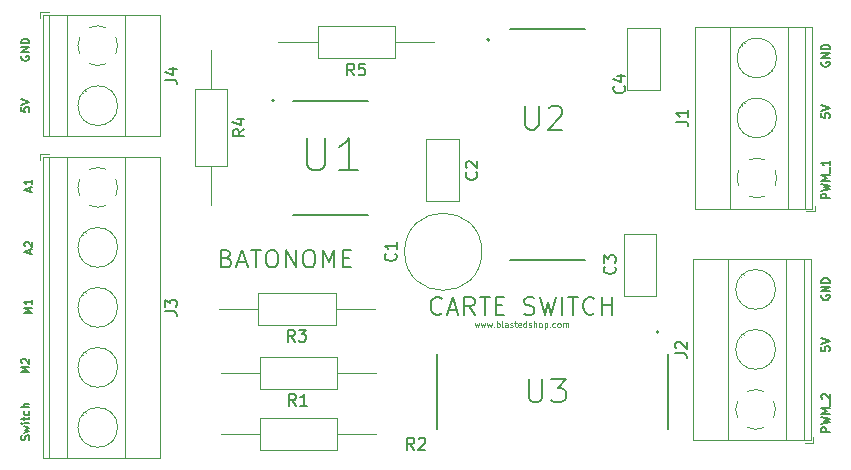
<source format=gbr>
%TF.GenerationSoftware,KiCad,Pcbnew,(5.1.10)-1*%
%TF.CreationDate,2023-03-23T11:32:48+01:00*%
%TF.ProjectId,PCB_BATO,5043425f-4241-4544-9f2e-6b696361645f,rev?*%
%TF.SameCoordinates,Original*%
%TF.FileFunction,Legend,Top*%
%TF.FilePolarity,Positive*%
%FSLAX46Y46*%
G04 Gerber Fmt 4.6, Leading zero omitted, Abs format (unit mm)*
G04 Created by KiCad (PCBNEW (5.1.10)-1) date 2023-03-23 11:32:48*
%MOMM*%
%LPD*%
G01*
G04 APERTURE LIST*
%ADD10C,0.150000*%
%ADD11C,0.100000*%
%ADD12C,0.120000*%
%ADD13C,0.127000*%
%ADD14C,0.200000*%
G04 APERTURE END LIST*
D10*
X95366666Y-55250000D02*
X95366666Y-54916666D01*
X95566666Y-55316666D02*
X94866666Y-55083333D01*
X95566666Y-54850000D01*
X95566666Y-54250000D02*
X95566666Y-54650000D01*
X95566666Y-54450000D02*
X94866666Y-54450000D01*
X94966666Y-54516666D01*
X95033333Y-54583333D01*
X95066666Y-54650000D01*
X95366666Y-60500000D02*
X95366666Y-60166666D01*
X95566666Y-60566666D02*
X94866666Y-60333333D01*
X95566666Y-60100000D01*
X94933333Y-59900000D02*
X94900000Y-59866666D01*
X94866666Y-59800000D01*
X94866666Y-59633333D01*
X94900000Y-59566666D01*
X94933333Y-59533333D01*
X95000000Y-59500000D01*
X95066666Y-59500000D01*
X95166666Y-59533333D01*
X95566666Y-59933333D01*
X95566666Y-59500000D01*
X95316666Y-70566666D02*
X94616666Y-70566666D01*
X95116666Y-70333333D01*
X94616666Y-70100000D01*
X95316666Y-70100000D01*
X94683333Y-69800000D02*
X94650000Y-69766666D01*
X94616666Y-69700000D01*
X94616666Y-69533333D01*
X94650000Y-69466666D01*
X94683333Y-69433333D01*
X94750000Y-69400000D01*
X94816666Y-69400000D01*
X94916666Y-69433333D01*
X95316666Y-69833333D01*
X95316666Y-69400000D01*
X95283333Y-76300000D02*
X95316666Y-76200000D01*
X95316666Y-76033333D01*
X95283333Y-75966666D01*
X95250000Y-75933333D01*
X95183333Y-75900000D01*
X95116666Y-75900000D01*
X95050000Y-75933333D01*
X95016666Y-75966666D01*
X94983333Y-76033333D01*
X94950000Y-76166666D01*
X94916666Y-76233333D01*
X94883333Y-76266666D01*
X94816666Y-76300000D01*
X94750000Y-76300000D01*
X94683333Y-76266666D01*
X94650000Y-76233333D01*
X94616666Y-76166666D01*
X94616666Y-76000000D01*
X94650000Y-75900000D01*
X94850000Y-75666666D02*
X95316666Y-75533333D01*
X94983333Y-75400000D01*
X95316666Y-75266666D01*
X94850000Y-75133333D01*
X95316666Y-74866666D02*
X94850000Y-74866666D01*
X94616666Y-74866666D02*
X94650000Y-74900000D01*
X94683333Y-74866666D01*
X94650000Y-74833333D01*
X94616666Y-74866666D01*
X94683333Y-74866666D01*
X94850000Y-74633333D02*
X94850000Y-74366666D01*
X94616666Y-74533333D02*
X95216666Y-74533333D01*
X95283333Y-74500000D01*
X95316666Y-74433333D01*
X95316666Y-74366666D01*
X95283333Y-73833333D02*
X95316666Y-73900000D01*
X95316666Y-74033333D01*
X95283333Y-74100000D01*
X95250000Y-74133333D01*
X95183333Y-74166666D01*
X94983333Y-74166666D01*
X94916666Y-74133333D01*
X94883333Y-74100000D01*
X94850000Y-74033333D01*
X94850000Y-73900000D01*
X94883333Y-73833333D01*
X95316666Y-73533333D02*
X94616666Y-73533333D01*
X95316666Y-73233333D02*
X94950000Y-73233333D01*
X94883333Y-73266666D01*
X94850000Y-73333333D01*
X94850000Y-73433333D01*
X94883333Y-73500000D01*
X94916666Y-73533333D01*
X95566666Y-65566666D02*
X94866666Y-65566666D01*
X95366666Y-65333333D01*
X94866666Y-65100000D01*
X95566666Y-65100000D01*
X95566666Y-64400000D02*
X95566666Y-64800000D01*
X95566666Y-64600000D02*
X94866666Y-64600000D01*
X94966666Y-64666666D01*
X95033333Y-64733333D01*
X95066666Y-64800000D01*
X94616666Y-48133333D02*
X94616666Y-48466666D01*
X94950000Y-48500000D01*
X94916666Y-48466666D01*
X94883333Y-48400000D01*
X94883333Y-48233333D01*
X94916666Y-48166666D01*
X94950000Y-48133333D01*
X95016666Y-48100000D01*
X95183333Y-48100000D01*
X95250000Y-48133333D01*
X95283333Y-48166666D01*
X95316666Y-48233333D01*
X95316666Y-48400000D01*
X95283333Y-48466666D01*
X95250000Y-48500000D01*
X94616666Y-47900000D02*
X95316666Y-47666666D01*
X94616666Y-47433333D01*
X94650000Y-43783333D02*
X94616666Y-43850000D01*
X94616666Y-43950000D01*
X94650000Y-44050000D01*
X94716666Y-44116666D01*
X94783333Y-44150000D01*
X94916666Y-44183333D01*
X95016666Y-44183333D01*
X95150000Y-44150000D01*
X95216666Y-44116666D01*
X95283333Y-44050000D01*
X95316666Y-43950000D01*
X95316666Y-43883333D01*
X95283333Y-43783333D01*
X95250000Y-43750000D01*
X95016666Y-43750000D01*
X95016666Y-43883333D01*
X95316666Y-43450000D02*
X94616666Y-43450000D01*
X95316666Y-43050000D01*
X94616666Y-43050000D01*
X95316666Y-42716666D02*
X94616666Y-42716666D01*
X94616666Y-42550000D01*
X94650000Y-42450000D01*
X94716666Y-42383333D01*
X94783333Y-42350000D01*
X94916666Y-42316666D01*
X95016666Y-42316666D01*
X95150000Y-42350000D01*
X95216666Y-42383333D01*
X95283333Y-42450000D01*
X95316666Y-42550000D01*
X95316666Y-42716666D01*
X162366666Y-48633333D02*
X162366666Y-48966666D01*
X162700000Y-49000000D01*
X162666666Y-48966666D01*
X162633333Y-48900000D01*
X162633333Y-48733333D01*
X162666666Y-48666666D01*
X162700000Y-48633333D01*
X162766666Y-48600000D01*
X162933333Y-48600000D01*
X163000000Y-48633333D01*
X163033333Y-48666666D01*
X163066666Y-48733333D01*
X163066666Y-48900000D01*
X163033333Y-48966666D01*
X163000000Y-49000000D01*
X162366666Y-48400000D02*
X163066666Y-48166666D01*
X162366666Y-47933333D01*
X163066666Y-55833333D02*
X162366666Y-55833333D01*
X162366666Y-55566666D01*
X162400000Y-55500000D01*
X162433333Y-55466666D01*
X162500000Y-55433333D01*
X162600000Y-55433333D01*
X162666666Y-55466666D01*
X162700000Y-55500000D01*
X162733333Y-55566666D01*
X162733333Y-55833333D01*
X162366666Y-55200000D02*
X163066666Y-55033333D01*
X162566666Y-54900000D01*
X163066666Y-54766666D01*
X162366666Y-54600000D01*
X163066666Y-54333333D02*
X162366666Y-54333333D01*
X162866666Y-54100000D01*
X162366666Y-53866666D01*
X163066666Y-53866666D01*
X163133333Y-53700000D02*
X163133333Y-53166666D01*
X163066666Y-52633333D02*
X163066666Y-53033333D01*
X163066666Y-52833333D02*
X162366666Y-52833333D01*
X162466666Y-52900000D01*
X162533333Y-52966666D01*
X162566666Y-53033333D01*
X162400000Y-44283333D02*
X162366666Y-44350000D01*
X162366666Y-44450000D01*
X162400000Y-44550000D01*
X162466666Y-44616666D01*
X162533333Y-44650000D01*
X162666666Y-44683333D01*
X162766666Y-44683333D01*
X162900000Y-44650000D01*
X162966666Y-44616666D01*
X163033333Y-44550000D01*
X163066666Y-44450000D01*
X163066666Y-44383333D01*
X163033333Y-44283333D01*
X163000000Y-44250000D01*
X162766666Y-44250000D01*
X162766666Y-44383333D01*
X163066666Y-43950000D02*
X162366666Y-43950000D01*
X163066666Y-43550000D01*
X162366666Y-43550000D01*
X163066666Y-43216666D02*
X162366666Y-43216666D01*
X162366666Y-43050000D01*
X162400000Y-42950000D01*
X162466666Y-42883333D01*
X162533333Y-42850000D01*
X162666666Y-42816666D01*
X162766666Y-42816666D01*
X162900000Y-42850000D01*
X162966666Y-42883333D01*
X163033333Y-42950000D01*
X163066666Y-43050000D01*
X163066666Y-43216666D01*
X163066666Y-75583333D02*
X162366666Y-75583333D01*
X162366666Y-75316666D01*
X162400000Y-75250000D01*
X162433333Y-75216666D01*
X162500000Y-75183333D01*
X162600000Y-75183333D01*
X162666666Y-75216666D01*
X162700000Y-75250000D01*
X162733333Y-75316666D01*
X162733333Y-75583333D01*
X162366666Y-74950000D02*
X163066666Y-74783333D01*
X162566666Y-74650000D01*
X163066666Y-74516666D01*
X162366666Y-74350000D01*
X163066666Y-74083333D02*
X162366666Y-74083333D01*
X162866666Y-73850000D01*
X162366666Y-73616666D01*
X163066666Y-73616666D01*
X163133333Y-73450000D02*
X163133333Y-72916666D01*
X162433333Y-72783333D02*
X162400000Y-72750000D01*
X162366666Y-72683333D01*
X162366666Y-72516666D01*
X162400000Y-72450000D01*
X162433333Y-72416666D01*
X162500000Y-72383333D01*
X162566666Y-72383333D01*
X162666666Y-72416666D01*
X163066666Y-72816666D01*
X163066666Y-72383333D01*
X162366666Y-68383333D02*
X162366666Y-68716666D01*
X162700000Y-68750000D01*
X162666666Y-68716666D01*
X162633333Y-68650000D01*
X162633333Y-68483333D01*
X162666666Y-68416666D01*
X162700000Y-68383333D01*
X162766666Y-68350000D01*
X162933333Y-68350000D01*
X163000000Y-68383333D01*
X163033333Y-68416666D01*
X163066666Y-68483333D01*
X163066666Y-68650000D01*
X163033333Y-68716666D01*
X163000000Y-68750000D01*
X162366666Y-68150000D02*
X163066666Y-67916666D01*
X162366666Y-67683333D01*
X162400000Y-64033333D02*
X162366666Y-64100000D01*
X162366666Y-64200000D01*
X162400000Y-64300000D01*
X162466666Y-64366666D01*
X162533333Y-64400000D01*
X162666666Y-64433333D01*
X162766666Y-64433333D01*
X162900000Y-64400000D01*
X162966666Y-64366666D01*
X163033333Y-64300000D01*
X163066666Y-64200000D01*
X163066666Y-64133333D01*
X163033333Y-64033333D01*
X163000000Y-64000000D01*
X162766666Y-64000000D01*
X162766666Y-64133333D01*
X163066666Y-63700000D02*
X162366666Y-63700000D01*
X163066666Y-63300000D01*
X162366666Y-63300000D01*
X163066666Y-62966666D02*
X162366666Y-62966666D01*
X162366666Y-62800000D01*
X162400000Y-62700000D01*
X162466666Y-62633333D01*
X162533333Y-62600000D01*
X162666666Y-62566666D01*
X162766666Y-62566666D01*
X162900000Y-62600000D01*
X162966666Y-62633333D01*
X163033333Y-62700000D01*
X163066666Y-62800000D01*
X163066666Y-62966666D01*
X112000000Y-60892857D02*
X112214285Y-60964285D01*
X112285714Y-61035714D01*
X112357142Y-61178571D01*
X112357142Y-61392857D01*
X112285714Y-61535714D01*
X112214285Y-61607142D01*
X112071428Y-61678571D01*
X111500000Y-61678571D01*
X111500000Y-60178571D01*
X112000000Y-60178571D01*
X112142857Y-60250000D01*
X112214285Y-60321428D01*
X112285714Y-60464285D01*
X112285714Y-60607142D01*
X112214285Y-60750000D01*
X112142857Y-60821428D01*
X112000000Y-60892857D01*
X111500000Y-60892857D01*
X112928571Y-61250000D02*
X113642857Y-61250000D01*
X112785714Y-61678571D02*
X113285714Y-60178571D01*
X113785714Y-61678571D01*
X114071428Y-60178571D02*
X114928571Y-60178571D01*
X114500000Y-61678571D02*
X114500000Y-60178571D01*
X115714285Y-60178571D02*
X116000000Y-60178571D01*
X116142857Y-60250000D01*
X116285714Y-60392857D01*
X116357142Y-60678571D01*
X116357142Y-61178571D01*
X116285714Y-61464285D01*
X116142857Y-61607142D01*
X116000000Y-61678571D01*
X115714285Y-61678571D01*
X115571428Y-61607142D01*
X115428571Y-61464285D01*
X115357142Y-61178571D01*
X115357142Y-60678571D01*
X115428571Y-60392857D01*
X115571428Y-60250000D01*
X115714285Y-60178571D01*
X117000000Y-61678571D02*
X117000000Y-60178571D01*
X117857142Y-61678571D01*
X117857142Y-60178571D01*
X118857142Y-60178571D02*
X119142857Y-60178571D01*
X119285714Y-60250000D01*
X119428571Y-60392857D01*
X119500000Y-60678571D01*
X119500000Y-61178571D01*
X119428571Y-61464285D01*
X119285714Y-61607142D01*
X119142857Y-61678571D01*
X118857142Y-61678571D01*
X118714285Y-61607142D01*
X118571428Y-61464285D01*
X118500000Y-61178571D01*
X118500000Y-60678571D01*
X118571428Y-60392857D01*
X118714285Y-60250000D01*
X118857142Y-60178571D01*
X120142857Y-61678571D02*
X120142857Y-60178571D01*
X120642857Y-61250000D01*
X121142857Y-60178571D01*
X121142857Y-61678571D01*
X121857142Y-60892857D02*
X122357142Y-60892857D01*
X122571428Y-61678571D02*
X121857142Y-61678571D01*
X121857142Y-60178571D01*
X122571428Y-60178571D01*
D11*
X133023809Y-66392857D02*
X133119047Y-66726190D01*
X133214285Y-66488095D01*
X133309523Y-66726190D01*
X133404761Y-66392857D01*
X133547619Y-66392857D02*
X133642857Y-66726190D01*
X133738095Y-66488095D01*
X133833333Y-66726190D01*
X133928571Y-66392857D01*
X134071428Y-66392857D02*
X134166666Y-66726190D01*
X134261904Y-66488095D01*
X134357142Y-66726190D01*
X134452380Y-66392857D01*
X134642857Y-66678571D02*
X134666666Y-66702380D01*
X134642857Y-66726190D01*
X134619047Y-66702380D01*
X134642857Y-66678571D01*
X134642857Y-66726190D01*
X134880952Y-66726190D02*
X134880952Y-66226190D01*
X134880952Y-66416666D02*
X134928571Y-66392857D01*
X135023809Y-66392857D01*
X135071428Y-66416666D01*
X135095238Y-66440476D01*
X135119047Y-66488095D01*
X135119047Y-66630952D01*
X135095238Y-66678571D01*
X135071428Y-66702380D01*
X135023809Y-66726190D01*
X134928571Y-66726190D01*
X134880952Y-66702380D01*
X135404761Y-66726190D02*
X135357142Y-66702380D01*
X135333333Y-66654761D01*
X135333333Y-66226190D01*
X135809523Y-66726190D02*
X135809523Y-66464285D01*
X135785714Y-66416666D01*
X135738095Y-66392857D01*
X135642857Y-66392857D01*
X135595238Y-66416666D01*
X135809523Y-66702380D02*
X135761904Y-66726190D01*
X135642857Y-66726190D01*
X135595238Y-66702380D01*
X135571428Y-66654761D01*
X135571428Y-66607142D01*
X135595238Y-66559523D01*
X135642857Y-66535714D01*
X135761904Y-66535714D01*
X135809523Y-66511904D01*
X136023809Y-66702380D02*
X136071428Y-66726190D01*
X136166666Y-66726190D01*
X136214285Y-66702380D01*
X136238095Y-66654761D01*
X136238095Y-66630952D01*
X136214285Y-66583333D01*
X136166666Y-66559523D01*
X136095238Y-66559523D01*
X136047619Y-66535714D01*
X136023809Y-66488095D01*
X136023809Y-66464285D01*
X136047619Y-66416666D01*
X136095238Y-66392857D01*
X136166666Y-66392857D01*
X136214285Y-66416666D01*
X136380952Y-66392857D02*
X136571428Y-66392857D01*
X136452380Y-66226190D02*
X136452380Y-66654761D01*
X136476190Y-66702380D01*
X136523809Y-66726190D01*
X136571428Y-66726190D01*
X136928571Y-66702380D02*
X136880952Y-66726190D01*
X136785714Y-66726190D01*
X136738095Y-66702380D01*
X136714285Y-66654761D01*
X136714285Y-66464285D01*
X136738095Y-66416666D01*
X136785714Y-66392857D01*
X136880952Y-66392857D01*
X136928571Y-66416666D01*
X136952380Y-66464285D01*
X136952380Y-66511904D01*
X136714285Y-66559523D01*
X137380952Y-66726190D02*
X137380952Y-66226190D01*
X137380952Y-66702380D02*
X137333333Y-66726190D01*
X137238095Y-66726190D01*
X137190476Y-66702380D01*
X137166666Y-66678571D01*
X137142857Y-66630952D01*
X137142857Y-66488095D01*
X137166666Y-66440476D01*
X137190476Y-66416666D01*
X137238095Y-66392857D01*
X137333333Y-66392857D01*
X137380952Y-66416666D01*
X137595238Y-66702380D02*
X137642857Y-66726190D01*
X137738095Y-66726190D01*
X137785714Y-66702380D01*
X137809523Y-66654761D01*
X137809523Y-66630952D01*
X137785714Y-66583333D01*
X137738095Y-66559523D01*
X137666666Y-66559523D01*
X137619047Y-66535714D01*
X137595238Y-66488095D01*
X137595238Y-66464285D01*
X137619047Y-66416666D01*
X137666666Y-66392857D01*
X137738095Y-66392857D01*
X137785714Y-66416666D01*
X138023809Y-66726190D02*
X138023809Y-66226190D01*
X138238095Y-66726190D02*
X138238095Y-66464285D01*
X138214285Y-66416666D01*
X138166666Y-66392857D01*
X138095238Y-66392857D01*
X138047619Y-66416666D01*
X138023809Y-66440476D01*
X138547619Y-66726190D02*
X138500000Y-66702380D01*
X138476190Y-66678571D01*
X138452380Y-66630952D01*
X138452380Y-66488095D01*
X138476190Y-66440476D01*
X138500000Y-66416666D01*
X138547619Y-66392857D01*
X138619047Y-66392857D01*
X138666666Y-66416666D01*
X138690476Y-66440476D01*
X138714285Y-66488095D01*
X138714285Y-66630952D01*
X138690476Y-66678571D01*
X138666666Y-66702380D01*
X138619047Y-66726190D01*
X138547619Y-66726190D01*
X138928571Y-66392857D02*
X138928571Y-66892857D01*
X138928571Y-66416666D02*
X138976190Y-66392857D01*
X139071428Y-66392857D01*
X139119047Y-66416666D01*
X139142857Y-66440476D01*
X139166666Y-66488095D01*
X139166666Y-66630952D01*
X139142857Y-66678571D01*
X139119047Y-66702380D01*
X139071428Y-66726190D01*
X138976190Y-66726190D01*
X138928571Y-66702380D01*
X139380952Y-66678571D02*
X139404761Y-66702380D01*
X139380952Y-66726190D01*
X139357142Y-66702380D01*
X139380952Y-66678571D01*
X139380952Y-66726190D01*
X139833333Y-66702380D02*
X139785714Y-66726190D01*
X139690476Y-66726190D01*
X139642857Y-66702380D01*
X139619047Y-66678571D01*
X139595238Y-66630952D01*
X139595238Y-66488095D01*
X139619047Y-66440476D01*
X139642857Y-66416666D01*
X139690476Y-66392857D01*
X139785714Y-66392857D01*
X139833333Y-66416666D01*
X140119047Y-66726190D02*
X140071428Y-66702380D01*
X140047619Y-66678571D01*
X140023809Y-66630952D01*
X140023809Y-66488095D01*
X140047619Y-66440476D01*
X140071428Y-66416666D01*
X140119047Y-66392857D01*
X140190476Y-66392857D01*
X140238095Y-66416666D01*
X140261904Y-66440476D01*
X140285714Y-66488095D01*
X140285714Y-66630952D01*
X140261904Y-66678571D01*
X140238095Y-66702380D01*
X140190476Y-66726190D01*
X140119047Y-66726190D01*
X140500000Y-66726190D02*
X140500000Y-66392857D01*
X140500000Y-66440476D02*
X140523809Y-66416666D01*
X140571428Y-66392857D01*
X140642857Y-66392857D01*
X140690476Y-66416666D01*
X140714285Y-66464285D01*
X140714285Y-66726190D01*
X140714285Y-66464285D02*
X140738095Y-66416666D01*
X140785714Y-66392857D01*
X140857142Y-66392857D01*
X140904761Y-66416666D01*
X140928571Y-66464285D01*
X140928571Y-66726190D01*
D10*
X130214285Y-65535714D02*
X130142857Y-65607142D01*
X129928571Y-65678571D01*
X129785714Y-65678571D01*
X129571428Y-65607142D01*
X129428571Y-65464285D01*
X129357142Y-65321428D01*
X129285714Y-65035714D01*
X129285714Y-64821428D01*
X129357142Y-64535714D01*
X129428571Y-64392857D01*
X129571428Y-64250000D01*
X129785714Y-64178571D01*
X129928571Y-64178571D01*
X130142857Y-64250000D01*
X130214285Y-64321428D01*
X130785714Y-65250000D02*
X131500000Y-65250000D01*
X130642857Y-65678571D02*
X131142857Y-64178571D01*
X131642857Y-65678571D01*
X133000000Y-65678571D02*
X132500000Y-64964285D01*
X132142857Y-65678571D02*
X132142857Y-64178571D01*
X132714285Y-64178571D01*
X132857142Y-64250000D01*
X132928571Y-64321428D01*
X133000000Y-64464285D01*
X133000000Y-64678571D01*
X132928571Y-64821428D01*
X132857142Y-64892857D01*
X132714285Y-64964285D01*
X132142857Y-64964285D01*
X133428571Y-64178571D02*
X134285714Y-64178571D01*
X133857142Y-65678571D02*
X133857142Y-64178571D01*
X134785714Y-64892857D02*
X135285714Y-64892857D01*
X135500000Y-65678571D02*
X134785714Y-65678571D01*
X134785714Y-64178571D01*
X135500000Y-64178571D01*
X137214285Y-65607142D02*
X137428571Y-65678571D01*
X137785714Y-65678571D01*
X137928571Y-65607142D01*
X138000000Y-65535714D01*
X138071428Y-65392857D01*
X138071428Y-65250000D01*
X138000000Y-65107142D01*
X137928571Y-65035714D01*
X137785714Y-64964285D01*
X137500000Y-64892857D01*
X137357142Y-64821428D01*
X137285714Y-64750000D01*
X137214285Y-64607142D01*
X137214285Y-64464285D01*
X137285714Y-64321428D01*
X137357142Y-64250000D01*
X137500000Y-64178571D01*
X137857142Y-64178571D01*
X138071428Y-64250000D01*
X138571428Y-64178571D02*
X138928571Y-65678571D01*
X139214285Y-64607142D01*
X139500000Y-65678571D01*
X139857142Y-64178571D01*
X140428571Y-65678571D02*
X140428571Y-64178571D01*
X140928571Y-64178571D02*
X141785714Y-64178571D01*
X141357142Y-65678571D02*
X141357142Y-64178571D01*
X143142857Y-65535714D02*
X143071428Y-65607142D01*
X142857142Y-65678571D01*
X142714285Y-65678571D01*
X142500000Y-65607142D01*
X142357142Y-65464285D01*
X142285714Y-65321428D01*
X142214285Y-65035714D01*
X142214285Y-64821428D01*
X142285714Y-64535714D01*
X142357142Y-64392857D01*
X142500000Y-64250000D01*
X142714285Y-64178571D01*
X142857142Y-64178571D01*
X143071428Y-64250000D01*
X143142857Y-64321428D01*
X143785714Y-65678571D02*
X143785714Y-64178571D01*
X143785714Y-64892857D02*
X144642857Y-64892857D01*
X144642857Y-65678571D02*
X144642857Y-64178571D01*
D12*
%TO.C,J2*%
X161700000Y-76540000D02*
X161700000Y-76040000D01*
X160960000Y-76540000D02*
X161700000Y-76540000D01*
X157823000Y-64767000D02*
X157869000Y-64814000D01*
X155525000Y-62470000D02*
X155561000Y-62505000D01*
X158039000Y-64574000D02*
X158074000Y-64609000D01*
X155731000Y-62265000D02*
X155777000Y-62312000D01*
X157823000Y-69847000D02*
X157869000Y-69894000D01*
X155525000Y-67550000D02*
X155561000Y-67585000D01*
X158039000Y-69654000D02*
X158074000Y-69689000D01*
X155731000Y-67345000D02*
X155777000Y-67392000D01*
X151539000Y-60940000D02*
X161460000Y-60940000D01*
X151539000Y-76300000D02*
X161460000Y-76300000D01*
X161460000Y-76300000D02*
X161460000Y-60940000D01*
X151539000Y-76300000D02*
X151539000Y-60940000D01*
X154499000Y-76300000D02*
X154499000Y-60940000D01*
X159400000Y-76300000D02*
X159400000Y-60940000D01*
X160900000Y-76300000D02*
X160900000Y-60940000D01*
X158480000Y-63540000D02*
G75*
G03*
X158480000Y-63540000I-1680000J0D01*
G01*
X158480000Y-68620000D02*
G75*
G03*
X158480000Y-68620000I-1680000J0D01*
G01*
X158480253Y-73671195D02*
G75*
G02*
X158335000Y-74384000I-1680253J-28805D01*
G01*
X157483042Y-75235426D02*
G75*
G02*
X156116000Y-75235000I-683042J1535426D01*
G01*
X155264574Y-74383042D02*
G75*
G02*
X155265000Y-73016000I1535426J683042D01*
G01*
X156116958Y-72164574D02*
G75*
G02*
X157484000Y-72165000I683042J-1535426D01*
G01*
X158334756Y-73016682D02*
G75*
G02*
X158480000Y-73700000I-1534756J-683318D01*
G01*
D13*
%TO.C,U1*%
X117620000Y-47600000D02*
X123980000Y-47600000D01*
X123980000Y-57200000D02*
X117620000Y-57200000D01*
D14*
X116050000Y-47550000D02*
G75*
G03*
X116050000Y-47550000I-100000J0D01*
G01*
D12*
%TO.C,C4*%
X148670000Y-46670000D02*
X145930000Y-46670000D01*
X148670000Y-41430000D02*
X145930000Y-41430000D01*
X145930000Y-41430000D02*
X145930000Y-46670000D01*
X148670000Y-41430000D02*
X148670000Y-46670000D01*
%TO.C,C3*%
X145630000Y-58830000D02*
X148370000Y-58830000D01*
X145630000Y-64070000D02*
X148370000Y-64070000D01*
X148370000Y-64070000D02*
X148370000Y-58830000D01*
X145630000Y-64070000D02*
X145630000Y-58830000D01*
%TO.C,C2*%
X131670000Y-56070000D02*
X128930000Y-56070000D01*
X131670000Y-50830000D02*
X128930000Y-50830000D01*
X128930000Y-50830000D02*
X128930000Y-56070000D01*
X131670000Y-50830000D02*
X131670000Y-56070000D01*
D14*
%TO.C,U3*%
X148590000Y-67165000D02*
G75*
G03*
X148590000Y-67165000I-100000J0D01*
G01*
D13*
X149375000Y-69025000D02*
X149375000Y-75375000D01*
X129825000Y-69025000D02*
X129825000Y-75375000D01*
D14*
%TO.C,U2*%
X134265000Y-42410000D02*
G75*
G03*
X134265000Y-42410000I-100000J0D01*
G01*
D13*
X136025000Y-41525000D02*
X142375000Y-41525000D01*
X136025000Y-61075000D02*
X142375000Y-61075000D01*
D12*
%TO.C,R5*%
X126250000Y-43970000D02*
X126250000Y-41230000D01*
X126250000Y-41230000D02*
X119710000Y-41230000D01*
X119710000Y-41230000D02*
X119710000Y-43970000D01*
X119710000Y-43970000D02*
X126250000Y-43970000D01*
X129560000Y-42600000D02*
X126250000Y-42600000D01*
X116400000Y-42600000D02*
X119710000Y-42600000D01*
%TO.C,R4*%
X112070000Y-46550000D02*
X109330000Y-46550000D01*
X109330000Y-46550000D02*
X109330000Y-53090000D01*
X109330000Y-53090000D02*
X112070000Y-53090000D01*
X112070000Y-53090000D02*
X112070000Y-46550000D01*
X110700000Y-43240000D02*
X110700000Y-46550000D01*
X110700000Y-56400000D02*
X110700000Y-53090000D01*
%TO.C,R3*%
X121250000Y-66570000D02*
X121250000Y-63830000D01*
X121250000Y-63830000D02*
X114710000Y-63830000D01*
X114710000Y-63830000D02*
X114710000Y-66570000D01*
X114710000Y-66570000D02*
X121250000Y-66570000D01*
X124560000Y-65200000D02*
X121250000Y-65200000D01*
X111400000Y-65200000D02*
X114710000Y-65200000D01*
%TO.C,R2*%
X121350000Y-77170000D02*
X121350000Y-74430000D01*
X121350000Y-74430000D02*
X114810000Y-74430000D01*
X114810000Y-74430000D02*
X114810000Y-77170000D01*
X114810000Y-77170000D02*
X121350000Y-77170000D01*
X124660000Y-75800000D02*
X121350000Y-75800000D01*
X111500000Y-75800000D02*
X114810000Y-75800000D01*
%TO.C,R1*%
X114850000Y-69230000D02*
X114850000Y-71970000D01*
X114850000Y-71970000D02*
X121390000Y-71970000D01*
X121390000Y-71970000D02*
X121390000Y-69230000D01*
X121390000Y-69230000D02*
X114850000Y-69230000D01*
X111540000Y-70600000D02*
X114850000Y-70600000D01*
X124700000Y-70600000D02*
X121390000Y-70600000D01*
%TO.C,C1*%
X133620000Y-60350000D02*
G75*
G03*
X133620000Y-60350000I-3270000J0D01*
G01*
%TO.C,J3*%
X96200000Y-52060000D02*
X96200000Y-52560000D01*
X96940000Y-52060000D02*
X96200000Y-52060000D01*
X100077000Y-73993000D02*
X100031000Y-73946000D01*
X102375000Y-76290000D02*
X102339000Y-76255000D01*
X99861000Y-74186000D02*
X99826000Y-74151000D01*
X102169000Y-76495000D02*
X102123000Y-76448000D01*
X100077000Y-68913000D02*
X100031000Y-68866000D01*
X102375000Y-71210000D02*
X102339000Y-71175000D01*
X99861000Y-69106000D02*
X99826000Y-69071000D01*
X102169000Y-71415000D02*
X102123000Y-71368000D01*
X100077000Y-63833000D02*
X100031000Y-63786000D01*
X102375000Y-66130000D02*
X102339000Y-66095000D01*
X99861000Y-64026000D02*
X99826000Y-63991000D01*
X102169000Y-66335000D02*
X102123000Y-66288000D01*
X100077000Y-58753000D02*
X100031000Y-58706000D01*
X102375000Y-61050000D02*
X102339000Y-61015000D01*
X99861000Y-58946000D02*
X99826000Y-58911000D01*
X102169000Y-61255000D02*
X102123000Y-61208000D01*
X106361000Y-77820000D02*
X96440000Y-77820000D01*
X106361000Y-52300000D02*
X96440000Y-52300000D01*
X96440000Y-52300000D02*
X96440000Y-77820000D01*
X106361000Y-52300000D02*
X106361000Y-77820000D01*
X103401000Y-52300000D02*
X103401000Y-77820000D01*
X98500000Y-52300000D02*
X98500000Y-77820000D01*
X97000000Y-52300000D02*
X97000000Y-77820000D01*
X102780000Y-75220000D02*
G75*
G03*
X102780000Y-75220000I-1680000J0D01*
G01*
X102780000Y-70140000D02*
G75*
G03*
X102780000Y-70140000I-1680000J0D01*
G01*
X102780000Y-65060000D02*
G75*
G03*
X102780000Y-65060000I-1680000J0D01*
G01*
X102780000Y-59980000D02*
G75*
G03*
X102780000Y-59980000I-1680000J0D01*
G01*
X99565244Y-55583318D02*
G75*
G02*
X99420000Y-54900000I1534756J683318D01*
G01*
X101783042Y-56435426D02*
G75*
G02*
X100416000Y-56435000I-683042J1535426D01*
G01*
X102635426Y-54216958D02*
G75*
G02*
X102635000Y-55584000I-1535426J-683042D01*
G01*
X100416958Y-53364574D02*
G75*
G02*
X101784000Y-53365000I683042J-1535426D01*
G01*
X99419747Y-54928805D02*
G75*
G02*
X99565000Y-54216000I1680253J28805D01*
G01*
%TO.C,J4*%
X96200000Y-40060000D02*
X96200000Y-40560000D01*
X96940000Y-40060000D02*
X96200000Y-40060000D01*
X100077000Y-46753000D02*
X100031000Y-46706000D01*
X102375000Y-49050000D02*
X102339000Y-49015000D01*
X99861000Y-46946000D02*
X99826000Y-46911000D01*
X102169000Y-49255000D02*
X102123000Y-49208000D01*
X106361000Y-50580000D02*
X96440000Y-50580000D01*
X106361000Y-40300000D02*
X96440000Y-40300000D01*
X96440000Y-40300000D02*
X96440000Y-50580000D01*
X106361000Y-40300000D02*
X106361000Y-50580000D01*
X103401000Y-40300000D02*
X103401000Y-50580000D01*
X98500000Y-40300000D02*
X98500000Y-50580000D01*
X97000000Y-40300000D02*
X97000000Y-50580000D01*
X102780000Y-47980000D02*
G75*
G03*
X102780000Y-47980000I-1680000J0D01*
G01*
X99565244Y-43583318D02*
G75*
G02*
X99420000Y-42900000I1534756J683318D01*
G01*
X101783042Y-44435426D02*
G75*
G02*
X100416000Y-44435000I-683042J1535426D01*
G01*
X102635426Y-42216958D02*
G75*
G02*
X102635000Y-43584000I-1535426J-683042D01*
G01*
X100416958Y-41364574D02*
G75*
G02*
X101784000Y-41365000I683042J-1535426D01*
G01*
X99419747Y-42928805D02*
G75*
G02*
X99565000Y-42216000I1680253J28805D01*
G01*
%TO.C,J1*%
X161800000Y-56940000D02*
X161800000Y-56440000D01*
X161060000Y-56940000D02*
X161800000Y-56940000D01*
X157923000Y-45167000D02*
X157969000Y-45214000D01*
X155625000Y-42870000D02*
X155661000Y-42905000D01*
X158139000Y-44974000D02*
X158174000Y-45009000D01*
X155831000Y-42665000D02*
X155877000Y-42712000D01*
X157923000Y-50247000D02*
X157969000Y-50294000D01*
X155625000Y-47950000D02*
X155661000Y-47985000D01*
X158139000Y-50054000D02*
X158174000Y-50089000D01*
X155831000Y-47745000D02*
X155877000Y-47792000D01*
X151639000Y-41340000D02*
X161560000Y-41340000D01*
X151639000Y-56700000D02*
X161560000Y-56700000D01*
X161560000Y-56700000D02*
X161560000Y-41340000D01*
X151639000Y-56700000D02*
X151639000Y-41340000D01*
X154599000Y-56700000D02*
X154599000Y-41340000D01*
X159500000Y-56700000D02*
X159500000Y-41340000D01*
X161000000Y-56700000D02*
X161000000Y-41340000D01*
X158580000Y-43940000D02*
G75*
G03*
X158580000Y-43940000I-1680000J0D01*
G01*
X158580000Y-49020000D02*
G75*
G03*
X158580000Y-49020000I-1680000J0D01*
G01*
X158434756Y-53416682D02*
G75*
G02*
X158580000Y-54100000I-1534756J-683318D01*
G01*
X156216958Y-52564574D02*
G75*
G02*
X157584000Y-52565000I683042J-1535426D01*
G01*
X155364574Y-54783042D02*
G75*
G02*
X155365000Y-53416000I1535426J683042D01*
G01*
X157583042Y-55635426D02*
G75*
G02*
X156216000Y-55635000I-683042J1535426D01*
G01*
X158580253Y-54071195D02*
G75*
G02*
X158435000Y-54784000I-1680253J-28805D01*
G01*
%TO.C,J2*%
D10*
X149992380Y-68953333D02*
X150706666Y-68953333D01*
X150849523Y-69000952D01*
X150944761Y-69096190D01*
X150992380Y-69239047D01*
X150992380Y-69334285D01*
X150087619Y-68524761D02*
X150040000Y-68477142D01*
X149992380Y-68381904D01*
X149992380Y-68143809D01*
X150040000Y-68048571D01*
X150087619Y-68000952D01*
X150182857Y-67953333D01*
X150278095Y-67953333D01*
X150420952Y-68000952D01*
X150992380Y-68572380D01*
X150992380Y-67953333D01*
%TO.C,U1*%
X118800208Y-50690775D02*
X118800208Y-52921803D01*
X118931445Y-53184277D01*
X119062682Y-53315514D01*
X119325156Y-53446751D01*
X119850104Y-53446751D01*
X120112578Y-53315514D01*
X120243815Y-53184277D01*
X120375052Y-52921803D01*
X120375052Y-50690775D01*
X123131028Y-53446751D02*
X121556184Y-53446751D01*
X122343606Y-53446751D02*
X122343606Y-50690775D01*
X122081132Y-51084485D01*
X121818658Y-51346959D01*
X121556184Y-51478196D01*
%TO.C,C4*%
X145657142Y-46316666D02*
X145704761Y-46364285D01*
X145752380Y-46507142D01*
X145752380Y-46602380D01*
X145704761Y-46745238D01*
X145609523Y-46840476D01*
X145514285Y-46888095D01*
X145323809Y-46935714D01*
X145180952Y-46935714D01*
X144990476Y-46888095D01*
X144895238Y-46840476D01*
X144800000Y-46745238D01*
X144752380Y-46602380D01*
X144752380Y-46507142D01*
X144800000Y-46364285D01*
X144847619Y-46316666D01*
X145085714Y-45459523D02*
X145752380Y-45459523D01*
X144704761Y-45697619D02*
X145419047Y-45935714D01*
X145419047Y-45316666D01*
%TO.C,C3*%
X144857142Y-61616666D02*
X144904761Y-61664285D01*
X144952380Y-61807142D01*
X144952380Y-61902380D01*
X144904761Y-62045238D01*
X144809523Y-62140476D01*
X144714285Y-62188095D01*
X144523809Y-62235714D01*
X144380952Y-62235714D01*
X144190476Y-62188095D01*
X144095238Y-62140476D01*
X144000000Y-62045238D01*
X143952380Y-61902380D01*
X143952380Y-61807142D01*
X144000000Y-61664285D01*
X144047619Y-61616666D01*
X143952380Y-61283333D02*
X143952380Y-60664285D01*
X144333333Y-60997619D01*
X144333333Y-60854761D01*
X144380952Y-60759523D01*
X144428571Y-60711904D01*
X144523809Y-60664285D01*
X144761904Y-60664285D01*
X144857142Y-60711904D01*
X144904761Y-60759523D01*
X144952380Y-60854761D01*
X144952380Y-61140476D01*
X144904761Y-61235714D01*
X144857142Y-61283333D01*
%TO.C,C2*%
X133157142Y-53616666D02*
X133204761Y-53664285D01*
X133252380Y-53807142D01*
X133252380Y-53902380D01*
X133204761Y-54045238D01*
X133109523Y-54140476D01*
X133014285Y-54188095D01*
X132823809Y-54235714D01*
X132680952Y-54235714D01*
X132490476Y-54188095D01*
X132395238Y-54140476D01*
X132300000Y-54045238D01*
X132252380Y-53902380D01*
X132252380Y-53807142D01*
X132300000Y-53664285D01*
X132347619Y-53616666D01*
X132347619Y-53235714D02*
X132300000Y-53188095D01*
X132252380Y-53092857D01*
X132252380Y-52854761D01*
X132300000Y-52759523D01*
X132347619Y-52711904D01*
X132442857Y-52664285D01*
X132538095Y-52664285D01*
X132680952Y-52711904D01*
X133252380Y-53283333D01*
X133252380Y-52664285D01*
%TO.C,U3*%
X137576190Y-71104761D02*
X137576190Y-72723809D01*
X137671428Y-72914285D01*
X137766666Y-73009523D01*
X137957142Y-73104761D01*
X138338095Y-73104761D01*
X138528571Y-73009523D01*
X138623809Y-72914285D01*
X138719047Y-72723809D01*
X138719047Y-71104761D01*
X139480952Y-71104761D02*
X140719047Y-71104761D01*
X140052380Y-71866666D01*
X140338095Y-71866666D01*
X140528571Y-71961904D01*
X140623809Y-72057142D01*
X140719047Y-72247619D01*
X140719047Y-72723809D01*
X140623809Y-72914285D01*
X140528571Y-73009523D01*
X140338095Y-73104761D01*
X139766666Y-73104761D01*
X139576190Y-73009523D01*
X139480952Y-72914285D01*
%TO.C,U2*%
X137276190Y-48004761D02*
X137276190Y-49623809D01*
X137371428Y-49814285D01*
X137466666Y-49909523D01*
X137657142Y-50004761D01*
X138038095Y-50004761D01*
X138228571Y-49909523D01*
X138323809Y-49814285D01*
X138419047Y-49623809D01*
X138419047Y-48004761D01*
X139276190Y-48195238D02*
X139371428Y-48100000D01*
X139561904Y-48004761D01*
X140038095Y-48004761D01*
X140228571Y-48100000D01*
X140323809Y-48195238D01*
X140419047Y-48385714D01*
X140419047Y-48576190D01*
X140323809Y-48861904D01*
X139180952Y-50004761D01*
X140419047Y-50004761D01*
%TO.C,R5*%
X122813333Y-45422380D02*
X122480000Y-44946190D01*
X122241904Y-45422380D02*
X122241904Y-44422380D01*
X122622857Y-44422380D01*
X122718095Y-44470000D01*
X122765714Y-44517619D01*
X122813333Y-44612857D01*
X122813333Y-44755714D01*
X122765714Y-44850952D01*
X122718095Y-44898571D01*
X122622857Y-44946190D01*
X122241904Y-44946190D01*
X123718095Y-44422380D02*
X123241904Y-44422380D01*
X123194285Y-44898571D01*
X123241904Y-44850952D01*
X123337142Y-44803333D01*
X123575238Y-44803333D01*
X123670476Y-44850952D01*
X123718095Y-44898571D01*
X123765714Y-44993809D01*
X123765714Y-45231904D01*
X123718095Y-45327142D01*
X123670476Y-45374761D01*
X123575238Y-45422380D01*
X123337142Y-45422380D01*
X123241904Y-45374761D01*
X123194285Y-45327142D01*
%TO.C,R4*%
X113522380Y-49986666D02*
X113046190Y-50320000D01*
X113522380Y-50558095D02*
X112522380Y-50558095D01*
X112522380Y-50177142D01*
X112570000Y-50081904D01*
X112617619Y-50034285D01*
X112712857Y-49986666D01*
X112855714Y-49986666D01*
X112950952Y-50034285D01*
X112998571Y-50081904D01*
X113046190Y-50177142D01*
X113046190Y-50558095D01*
X112855714Y-49129523D02*
X113522380Y-49129523D01*
X112474761Y-49367619D02*
X113189047Y-49605714D01*
X113189047Y-48986666D01*
%TO.C,R3*%
X117783333Y-67952380D02*
X117450000Y-67476190D01*
X117211904Y-67952380D02*
X117211904Y-66952380D01*
X117592857Y-66952380D01*
X117688095Y-67000000D01*
X117735714Y-67047619D01*
X117783333Y-67142857D01*
X117783333Y-67285714D01*
X117735714Y-67380952D01*
X117688095Y-67428571D01*
X117592857Y-67476190D01*
X117211904Y-67476190D01*
X118116666Y-66952380D02*
X118735714Y-66952380D01*
X118402380Y-67333333D01*
X118545238Y-67333333D01*
X118640476Y-67380952D01*
X118688095Y-67428571D01*
X118735714Y-67523809D01*
X118735714Y-67761904D01*
X118688095Y-67857142D01*
X118640476Y-67904761D01*
X118545238Y-67952380D01*
X118259523Y-67952380D01*
X118164285Y-67904761D01*
X118116666Y-67857142D01*
%TO.C,R2*%
X127883333Y-77102380D02*
X127550000Y-76626190D01*
X127311904Y-77102380D02*
X127311904Y-76102380D01*
X127692857Y-76102380D01*
X127788095Y-76150000D01*
X127835714Y-76197619D01*
X127883333Y-76292857D01*
X127883333Y-76435714D01*
X127835714Y-76530952D01*
X127788095Y-76578571D01*
X127692857Y-76626190D01*
X127311904Y-76626190D01*
X128264285Y-76197619D02*
X128311904Y-76150000D01*
X128407142Y-76102380D01*
X128645238Y-76102380D01*
X128740476Y-76150000D01*
X128788095Y-76197619D01*
X128835714Y-76292857D01*
X128835714Y-76388095D01*
X128788095Y-76530952D01*
X128216666Y-77102380D01*
X128835714Y-77102380D01*
%TO.C,R1*%
X117883333Y-73402380D02*
X117550000Y-72926190D01*
X117311904Y-73402380D02*
X117311904Y-72402380D01*
X117692857Y-72402380D01*
X117788095Y-72450000D01*
X117835714Y-72497619D01*
X117883333Y-72592857D01*
X117883333Y-72735714D01*
X117835714Y-72830952D01*
X117788095Y-72878571D01*
X117692857Y-72926190D01*
X117311904Y-72926190D01*
X118835714Y-73402380D02*
X118264285Y-73402380D01*
X118550000Y-73402380D02*
X118550000Y-72402380D01*
X118454761Y-72545238D01*
X118359523Y-72640476D01*
X118264285Y-72688095D01*
%TO.C,C1*%
X126307142Y-60516666D02*
X126354761Y-60564285D01*
X126402380Y-60707142D01*
X126402380Y-60802380D01*
X126354761Y-60945238D01*
X126259523Y-61040476D01*
X126164285Y-61088095D01*
X125973809Y-61135714D01*
X125830952Y-61135714D01*
X125640476Y-61088095D01*
X125545238Y-61040476D01*
X125450000Y-60945238D01*
X125402380Y-60802380D01*
X125402380Y-60707142D01*
X125450000Y-60564285D01*
X125497619Y-60516666D01*
X126402380Y-59564285D02*
X126402380Y-60135714D01*
X126402380Y-59850000D02*
X125402380Y-59850000D01*
X125545238Y-59945238D01*
X125640476Y-60040476D01*
X125688095Y-60135714D01*
%TO.C,J3*%
X106812380Y-65393333D02*
X107526666Y-65393333D01*
X107669523Y-65440952D01*
X107764761Y-65536190D01*
X107812380Y-65679047D01*
X107812380Y-65774285D01*
X106812380Y-65012380D02*
X106812380Y-64393333D01*
X107193333Y-64726666D01*
X107193333Y-64583809D01*
X107240952Y-64488571D01*
X107288571Y-64440952D01*
X107383809Y-64393333D01*
X107621904Y-64393333D01*
X107717142Y-64440952D01*
X107764761Y-64488571D01*
X107812380Y-64583809D01*
X107812380Y-64869523D01*
X107764761Y-64964761D01*
X107717142Y-65012380D01*
%TO.C,J4*%
X106812380Y-45773333D02*
X107526666Y-45773333D01*
X107669523Y-45820952D01*
X107764761Y-45916190D01*
X107812380Y-46059047D01*
X107812380Y-46154285D01*
X107145714Y-44868571D02*
X107812380Y-44868571D01*
X106764761Y-45106666D02*
X107479047Y-45344761D01*
X107479047Y-44725714D01*
%TO.C,J1*%
X150092380Y-49353333D02*
X150806666Y-49353333D01*
X150949523Y-49400952D01*
X151044761Y-49496190D01*
X151092380Y-49639047D01*
X151092380Y-49734285D01*
X151092380Y-48353333D02*
X151092380Y-48924761D01*
X151092380Y-48639047D02*
X150092380Y-48639047D01*
X150235238Y-48734285D01*
X150330476Y-48829523D01*
X150378095Y-48924761D01*
%TD*%
M02*

</source>
